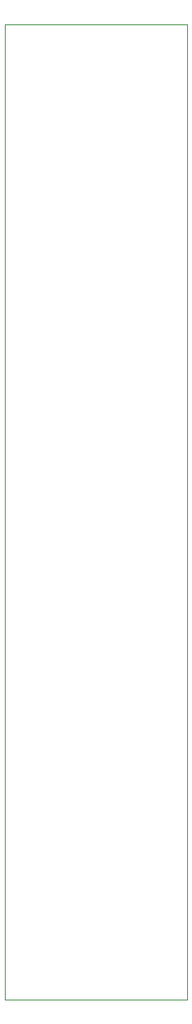
<source format=gm1>
G04 #@! TF.GenerationSoftware,KiCad,Pcbnew,(5.1.9)-1*
G04 #@! TF.CreationDate,2022-06-14T08:32:35+02:00*
G04 #@! TF.ProjectId,Manual Gate Main,4d616e75-616c-4204-9761-7465204d6169,rev?*
G04 #@! TF.SameCoordinates,Original*
G04 #@! TF.FileFunction,Profile,NP*
%FSLAX46Y46*%
G04 Gerber Fmt 4.6, Leading zero omitted, Abs format (unit mm)*
G04 Created by KiCad (PCBNEW (5.1.9)-1) date 2022-06-14 08:32:35*
%MOMM*%
%LPD*%
G01*
G04 APERTURE LIST*
G04 #@! TA.AperFunction,Profile*
%ADD10C,0.050000*%
G04 #@! TD*
G04 APERTURE END LIST*
D10*
X0Y-101600000D02*
X0Y0D01*
X19050000Y-101600000D02*
X0Y-101600000D01*
X19050000Y0D02*
X19050000Y-101600000D01*
X0Y0D02*
X19050000Y0D01*
M02*

</source>
